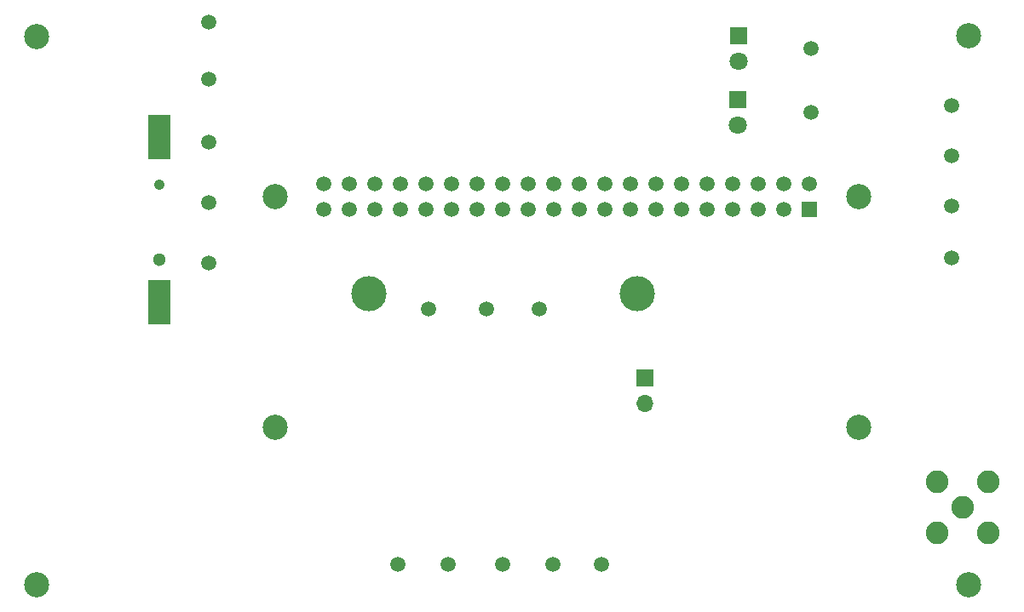
<source format=gbs>
G04 #@! TF.GenerationSoftware,KiCad,Pcbnew,(6.0.7-1)-1*
G04 #@! TF.CreationDate,2023-01-21T15:22:46-06:00*
G04 #@! TF.ProjectId,Neutro_v1,4e657574-726f-45f7-9631-2e6b69636164,v1*
G04 #@! TF.SameCoordinates,Original*
G04 #@! TF.FileFunction,Soldermask,Bot*
G04 #@! TF.FilePolarity,Negative*
%FSLAX46Y46*%
G04 Gerber Fmt 4.6, Leading zero omitted, Abs format (unit mm)*
G04 Created by KiCad (PCBNEW (6.0.7-1)-1) date 2023-01-21 15:22:46*
%MOMM*%
%LPD*%
G01*
G04 APERTURE LIST*
%ADD10C,1.500000*%
%ADD11C,2.500000*%
%ADD12C,2.250000*%
%ADD13R,1.800000X1.800000*%
%ADD14C,1.800000*%
%ADD15R,1.508000X1.508000*%
%ADD16C,1.508000*%
%ADD17C,1.300000*%
%ADD18C,1.050000*%
%ADD19R,2.300000X4.500000*%
%ADD20C,3.500000*%
%ADD21R,1.700000X1.700000*%
%ADD22O,1.700000X1.700000*%
G04 APERTURE END LIST*
D10*
X157353000Y-127000000D03*
X145000000Y-101600000D03*
X123190000Y-73000000D03*
D11*
X198700000Y-74400000D03*
D10*
X183000000Y-82000000D03*
X142000000Y-127000000D03*
X123190000Y-91000000D03*
X197000000Y-81300000D03*
X156000000Y-101600000D03*
X162179000Y-127000000D03*
X150750000Y-101600000D03*
X147000000Y-127000000D03*
D12*
X198120000Y-121285000D03*
X200660000Y-118745000D03*
X200660000Y-123825000D03*
X195580000Y-123825000D03*
X195580000Y-118745000D03*
D10*
X123190000Y-78740000D03*
X197000000Y-86300000D03*
D11*
X106100000Y-129000000D03*
D10*
X197000000Y-96500000D03*
X183000000Y-75650000D03*
D11*
X198700000Y-129000000D03*
D10*
X197000000Y-91300000D03*
X123190000Y-85000000D03*
X152400000Y-127000000D03*
D11*
X106100000Y-74500000D03*
D13*
X175750000Y-80725000D03*
D14*
X175750000Y-83265000D03*
D10*
X123190000Y-97000000D03*
D13*
X175800000Y-74375000D03*
D14*
X175800000Y-76915000D03*
D11*
X129750000Y-90358000D03*
X129750000Y-113358000D03*
X187750000Y-113358000D03*
X187750000Y-90358000D03*
D15*
X182880000Y-91628000D03*
D16*
X182880000Y-89088000D03*
X180340000Y-91628000D03*
X180340000Y-89088000D03*
X177800000Y-91628000D03*
X177800000Y-89088000D03*
X175260000Y-91628000D03*
X175260000Y-89088000D03*
X172720000Y-91628000D03*
X172720000Y-89088000D03*
X170180000Y-91628000D03*
X170180000Y-89088000D03*
X167640000Y-91628000D03*
X167640000Y-89088000D03*
X165100000Y-91628000D03*
X165100000Y-89088000D03*
X162560000Y-91628000D03*
X162560000Y-89088000D03*
X160020000Y-91628000D03*
X160020000Y-89088000D03*
X157480000Y-91628000D03*
X157480000Y-89088000D03*
X154940000Y-91628000D03*
X154940000Y-89088000D03*
X152400000Y-91628000D03*
X152400000Y-89088000D03*
X149860000Y-91628000D03*
X149860000Y-89088000D03*
X147320000Y-91628000D03*
X147320000Y-89088000D03*
X144780000Y-91628000D03*
X144780000Y-89088000D03*
X142240000Y-91628000D03*
X142240000Y-89088000D03*
X139700000Y-91628000D03*
X139700000Y-89088000D03*
X137160000Y-91628000D03*
X137160000Y-89088000D03*
X134620000Y-91628000D03*
X134620000Y-89088000D03*
D17*
X118237000Y-96637099D03*
D18*
X118237000Y-89187099D03*
D19*
X118237000Y-84487099D03*
X118237000Y-100887099D03*
D20*
X165735000Y-100076000D03*
X139065000Y-100076000D03*
D21*
X166497000Y-108458000D03*
D22*
X166497000Y-110998000D03*
M02*

</source>
